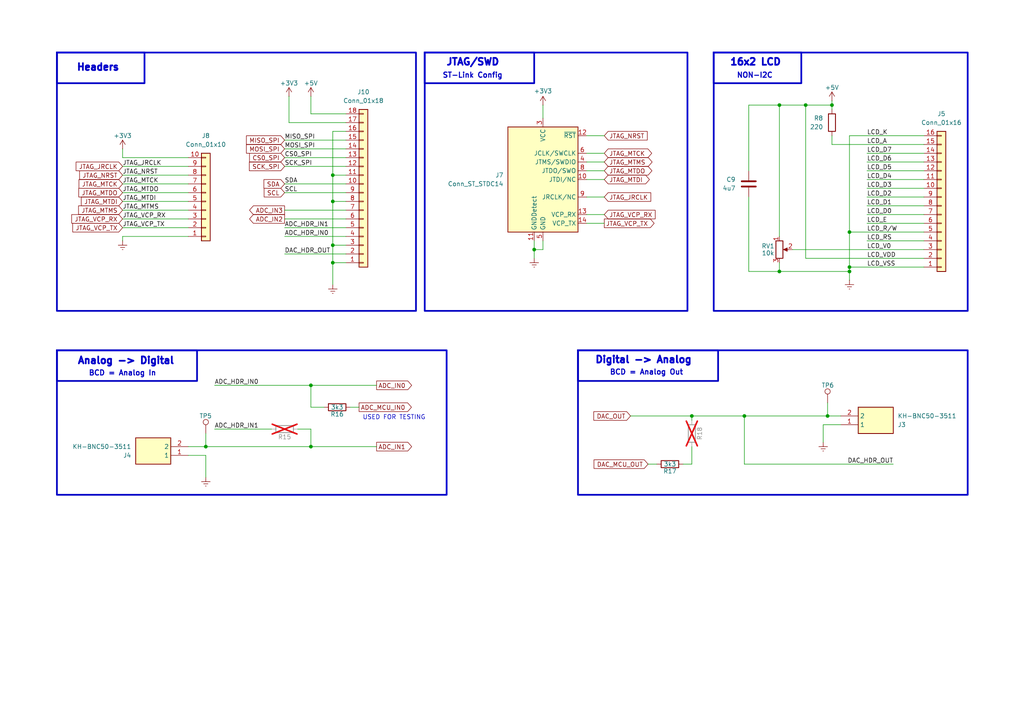
<source format=kicad_sch>
(kicad_sch (version 20250114) (generator "eeschema") (generator_version "9.0")
  (paper "A4")
  (lib_symbols
    (symbol "Connector:Conn_ST_STDC14"
      (property "Reference" "J" (at -8.89 16.51 0))
      (property "Value" "Conn_ST_STDC14" (at 17.78 16.51 0))
      (symbol "Conn_ST_STDC14_0_1"
        (rectangle (start -10.16 15.24) (end 10.16 -15.24) (stroke (width 0.254)) (fill (type background)))
      )
      (symbol "Conn_ST_STDC14_1_1"
        (pin no_connect line (at -10.16 5.08 0) (length 2.54) (hide yes) (name "NC") (number "1"))
        (pin no_connect line (at -10.16 2.54 0) (length 2.54) (hide yes) (name "NC") (number "2"))
        (pin passive line (at -2.54 -17.78 90) (length 2.54) (name "GNDDetect") (number "11"))
        (pin power_in line (at 0 17.78 270) (length 2.54) (name "VCC") (number "3"))
        (pin power_in line (at 0 -17.78 90) (length 2.54) (name "GND") (number "5"))
        (pin passive line (at 0 -17.78 90) (length 2.54) (hide yes) (name "GND") (number "7"))
        (pin open_collector line (at 12.7 12.7 180) (length 2.54) (name "~{RST}") (number "12"))
        (pin output line (at 12.7 7.62 180) (length 2.54) (name "JCLK/SWCLK") (number "6"))
        (pin bidirectional line (at 12.7 5.08 180) (length 2.54) (name "JTMS/SWDIO") (number "4"))
        (pin input line (at 12.7 2.54 180) (length 2.54) (name "JTDO/SWO") (number "8"))
        (pin output line (at 12.7 0 180) (length 2.54) (name "JTDI/NC") (number "10"))
        (pin input line (at 12.7 -5.08 180) (length 2.54) (name "JRCLK/NC") (number "9"))
        (pin output line (at 12.7 -10.16 180) (length 2.54) (name "VCP_RX") (number "13"))
        (pin input line (at 12.7 -12.7 180) (length 2.54) (name "VCP_TX") (number "14"))
      )
    )
    (symbol "Connector:TestPoint" (pin_numbers (hide yes)) (pin_names (offset 0.762) (hide yes))
      (property "Reference" "TP" (at 0 6.858 0))
      (property "Value" "TestPoint" (at 0 5.08 0))
      (symbol "TestPoint_0_1"
        (circle (center 0 3.302) (radius 0.762))
      )
      (symbol "TestPoint_1_1"
        (pin passive line (at 0 0 90) (length 2.54) (name "1") (number "1"))
      )
    )
    (symbol "Connector_Generic:Conn_01x10" (pin_names (offset 1.016) (hide yes))
      (property "Reference" "J" (at 0 12.7 0))
      (property "Value" "Conn_01x10" (at 0 -15.24 0))
      (symbol "Conn_01x10_1_1"
        (rectangle (start -1.27 11.43) (end 1.27 -13.97) (stroke (width 0.254)) (fill (type background)))
        (rectangle (start -1.27 10.287) (end 0 10.033) (stroke (width 0.1524)))
        (rectangle (start -1.27 7.747) (end 0 7.493) (stroke (width 0.1524)))
        (rectangle (start -1.27 5.207) (end 0 4.953) (stroke (width 0.1524)))
        (rectangle (start -1.27 2.667) (end 0 2.413) (stroke (width 0.1524)))
        (rectangle (start -1.27 0.127) (end 0 -0.127) (stroke (width 0.1524)))
        (rectangle (start -1.27 -2.413) (end 0 -2.667) (stroke (width 0.1524)))
        (rectangle (start -1.27 -4.953) (end 0 -5.207) (stroke (width 0.1524)))
        (rectangle (start -1.27 -7.493) (end 0 -7.747) (stroke (width 0.1524)))
        (rectangle (start -1.27 -10.033) (end 0 -10.287) (stroke (width 0.1524)))
        (rectangle (start -1.27 -12.573) (end 0 -12.827) (stroke (width 0.1524)))
        (pin passive line (at -5.08 10.16 0) (length 3.81) (name "Pin_1") (number "1"))
        (pin passive line (at -5.08 7.62 0) (length 3.81) (name "Pin_2") (number "2"))
        (pin passive line (at -5.08 5.08 0) (length 3.81) (name "Pin_3") (number "3"))
        (pin passive line (at -5.08 2.54 0) (length 3.81) (name "Pin_4") (number "4"))
        (pin passive line (at -5.08 0 0) (length 3.81) (name "Pin_5") (number "5"))
        (pin passive line (at -5.08 -2.54 0) (length 3.81) (name "Pin_6") (number "6"))
        (pin passive line (at -5.08 -5.08 0) (length 3.81) (name "Pin_7") (number "7"))
        (pin passive line (at -5.08 -7.62 0) (length 3.81) (name "Pin_8") (number "8"))
        (pin passive line (at -5.08 -10.16 0) (length 3.81) (name "Pin_9") (number "9"))
        (pin passive line (at -5.08 -12.7 0) (length 3.81) (name "Pin_10") (number "10"))
      )
    )
    (symbol "Connector_Generic:Conn_01x16" (pin_names (offset 1.016) (hide yes))
      (property "Reference" "J" (at 0 20.32 0))
      (property "Value" "Conn_01x16" (at 0 -22.86 0))
      (symbol "Conn_01x16_1_1"
        (rectangle (start -1.27 19.05) (end 1.27 -21.59) (stroke (width 0.254)) (fill (type background)))
        (rectangle (start -1.27 17.907) (end 0 17.653) (stroke (width 0.1524)))
        (rectangle (start -1.27 15.367) (end 0 15.113) (stroke (width 0.1524)))
        (rectangle (start -1.27 12.827) (end 0 12.573) (stroke (width 0.1524)))
        (rectangle (start -1.27 10.287) (end 0 10.033) (stroke (width 0.1524)))
        (rectangle (start -1.27 7.747) (end 0 7.493) (stroke (width 0.1524)))
        (rectangle (start -1.27 5.207) (end 0 4.953) (stroke (width 0.1524)))
        (rectangle (start -1.27 2.667) (end 0 2.413) (stroke (width 0.1524)))
        (rectangle (start -1.27 0.127) (end 0 -0.127) (stroke (width 0.1524)))
        (rectangle (start -1.27 -2.413) (end 0 -2.667) (stroke (width 0.1524)))
        (rectangle (start -1.27 -4.953) (end 0 -5.207) (stroke (width 0.1524)))
        (rectangle (start -1.27 -7.493) (end 0 -7.747) (stroke (width 0.1524)))
        (rectangle (start -1.27 -10.033) (end 0 -10.287) (stroke (width 0.1524)))
        (rectangle (start -1.27 -12.573) (end 0 -12.827) (stroke (width 0.1524)))
        (rectangle (start -1.27 -15.113) (end 0 -15.367) (stroke (width 0.1524)))
        (rectangle (start -1.27 -17.653) (end 0 -17.907) (stroke (width 0.1524)))
        (rectangle (start -1.27 -20.193) (end 0 -20.447) (stroke (width 0.1524)))
        (pin passive line (at -5.08 17.78 0) (length 3.81) (name "Pin_1") (number "1"))
        (pin passive line (at -5.08 15.24 0) (length 3.81) (name "Pin_2") (number "2"))
        (pin passive line (at -5.08 12.7 0) (length 3.81) (name "Pin_3") (number "3"))
        (pin passive line (at -5.08 10.16 0) (length 3.81) (name "Pin_4") (number "4"))
        (pin passive line (at -5.08 7.62 0) (length 3.81) (name "Pin_5") (number "5"))
        (pin passive line (at -5.08 5.08 0) (length 3.81) (name "Pin_6") (number "6"))
        (pin passive line (at -5.08 2.54 0) (length 3.81) (name "Pin_7") (number "7"))
        (pin passive line (at -5.08 0 0) (length 3.81) (name "Pin_8") (number "8"))
        (pin passive line (at -5.08 -2.54 0) (length 3.81) (name "Pin_9") (number "9"))
        (pin passive line (at -5.08 -5.08 0) (length 3.81) (name "Pin_10") (number "10"))
        (pin passive line (at -5.08 -7.62 0) (length 3.81) (name "Pin_11") (number "11"))
        (pin passive line (at -5.08 -10.16 0) (length 3.81) (name "Pin_12") (number "12"))
        (pin passive line (at -5.08 -12.7 0) (length 3.81) (name "Pin_13") (number "13"))
        (pin passive line (at -5.08 -15.24 0) (length 3.81) (name "Pin_14") (number "14"))
        (pin passive line (at -5.08 -17.78 0) (length 3.81) (name "Pin_15") (number "15"))
        (pin passive line (at -5.08 -20.32 0) (length 3.81) (name "Pin_16") (number "16"))
      )
    )
    (symbol "Connector_Generic:Conn_01x18" (pin_names (offset 1.016) (hide yes))
      (property "Reference" "J" (at 0 22.86 0))
      (property "Value" "Conn_01x18" (at 0 -25.4 0))
      (symbol "Conn_01x18_1_1"
        (rectangle (start -1.27 21.59) (end 1.27 -24.13) (stroke (width 0.254)) (fill (type background)))
        (rectangle (start -1.27 20.447) (end 0 20.193) (stroke (width 0.1524)))
        (rectangle (start -1.27 17.907) (end 0 17.653) (stroke (width 0.1524)))
        (rectangle (start -1.27 15.367) (end 0 15.113) (stroke (width 0.1524)))
        (rectangle (start -1.27 12.827) (end 0 12.573) (stroke (width 0.1524)))
        (rectangle (start -1.27 10.287) (end 0 10.033) (stroke (width 0.1524)))
        (rectangle (start -1.27 7.747) (end 0 7.493) (stroke (width 0.1524)))
        (rectangle (start -1.27 5.207) (end 0 4.953) (stroke (width 0.1524)))
        (rectangle (start -1.27 2.667) (end 0 2.413) (stroke (width 0.1524)))
        (rectangle (start -1.27 0.127) (end 0 -0.127) (stroke (width 0.1524)))
        (rectangle (start -1.27 -2.413) (end 0 -2.667) (stroke (width 0.1524)))
        (rectangle (start -1.27 -4.953) (end 0 -5.207) (stroke (width 0.1524)))
        (rectangle (start -1.27 -7.493) (end 0 -7.747) (stroke (width 0.1524)))
        (rectangle (start -1.27 -10.033) (end 0 -10.287) (stroke (width 0.1524)))
        (rectangle (start -1.27 -12.573) (end 0 -12.827) (stroke (width 0.1524)))
        (rectangle (start -1.27 -15.113) (end 0 -15.367) (stroke (width 0.1524)))
        (rectangle (start -1.27 -17.653) (end 0 -17.907) (stroke (width 0.1524)))
        (rectangle (start -1.27 -20.193) (end 0 -20.447) (stroke (width 0.1524)))
        (rectangle (start -1.27 -22.733) (end 0 -22.987) (stroke (width 0.1524)))
        (pin passive line (at -5.08 20.32 0) (length 3.81) (name "Pin_1") (number "1"))
        (pin passive line (at -5.08 17.78 0) (length 3.81) (name "Pin_2") (number "2"))
        (pin passive line (at -5.08 15.24 0) (length 3.81) (name "Pin_3") (number "3"))
        (pin passive line (at -5.08 12.7 0) (length 3.81) (name "Pin_4") (number "4"))
        (pin passive line (at -5.08 10.16 0) (length 3.81) (name "Pin_5") (number "5"))
        (pin passive line (at -5.08 7.62 0) (length 3.81) (name "Pin_6") (number "6"))
        (pin passive line (at -5.08 5.08 0) (length 3.81) (name "Pin_7") (number "7"))
        (pin passive line (at -5.08 2.54 0) (length 3.81) (name "Pin_8") (number "8"))
        (pin passive line (at -5.08 0 0) (length 3.81) (name "Pin_9") (number "9"))
        (pin passive line (at -5.08 -2.54 0) (length 3.81) (name "Pin_10") (number "10"))
        (pin passive line (at -5.08 -5.08 0) (length 3.81) (name "Pin_11") (number "11"))
        (pin passive line (at -5.08 -7.62 0) (length 3.81) (name "Pin_12") (number "12"))
        (pin passive line (at -5.08 -10.16 0) (length 3.81) (name "Pin_13") (number "13"))
        (pin passive line (at -5.08 -12.7 0) (length 3.81) (name "Pin_14") (number "14"))
        (pin passive line (at -5.08 -15.24 0) (length 3.81) (name "Pin_15") (number "15"))
        (pin passive line (at -5.08 -17.78 0) (length 3.81) (name "Pin_16") (number "16"))
        (pin passive line (at -5.08 -20.32 0) (length 3.81) (name "Pin_17") (number "17"))
        (pin passive line (at -5.08 -22.86 0) (length 3.81) (name "Pin_18") (number "18"))
      )
    )
    (symbol "Device:C" (pin_numbers (hide yes)) (pin_names (offset 0.254))
      (property "Reference" "C" (at 0.635 2.54 0))
      (property "Value" "C" (at 0.635 -2.54 0))
      (symbol "C_0_1"
        (polyline (pts (xy -2.032 0.762) (xy 2.032 0.762)) (stroke (width 0.508)))
        (polyline (pts (xy -2.032 -0.762) (xy 2.032 -0.762)) (stroke (width 0.508)))
      )
      (symbol "C_1_1"
        (pin passive line (at 0 3.81 270) (length 2.794) (name "~") (number "1"))
        (pin passive line (at 0 -3.81 90) (length 2.794) (name "~") (number "2"))
      )
    )
    (symbol "Device:R" (pin_numbers (hide yes)) (pin_names (offset 0))
      (property "Reference" "R" (at 2.032 0 90))
      (property "Value" "R" (at 0 0 90))
      (symbol "R_0_1"
        (rectangle (start -1.016 -2.54) (end 1.016 2.54) (stroke (width 0.254)))
      )
      (symbol "R_1_1"
        (pin passive line (at 0 3.81 270) (length 1.27) (name "~") (number "1"))
        (pin passive line (at 0 -3.81 90) (length 1.27) (name "~") (number "2"))
      )
    )
    (symbol "Device:R_Potentiometer" (pin_names (offset 1.016) (hide yes))
      (property "Reference" "RV" (at -4.445 0 90))
      (property "Value" "R_Potentiometer" (at -2.54 0 90))
      (symbol "R_Potentiometer_0_1"
        (rectangle (start 1.016 2.54) (end -1.016 -2.54) (stroke (width 0.254)))
        (polyline (pts (xy 1.143 0) (xy 2.286 0.508) (xy 2.286 -0.508) (xy 1.143 0)) (fill (type outline)))
        (polyline (pts (xy 2.54 0) (xy 1.524 0)))
      )
      (symbol "R_Potentiometer_1_1"
        (pin passive line (at 0 3.81 270) (length 1.27) (name "1") (number "1"))
        (pin passive line (at 0 -3.81 90) (length 1.27) (name "3") (number "3"))
        (pin passive line (at 3.81 0 180) (length 1.27) (name "2") (number "2"))
      )
    )
    (symbol "GitHub_Library:KH-BNC50-3511"
      (property "Reference" "J" (at 16.51 7.62 0))
      (property "Value" "KH-BNC50-3511" (at 16.51 5.08 0))
      (symbol "KH-BNC50-3511_1_1"
        (rectangle (start 5.08 2.54) (end 15.24 -5.08) (stroke (width 0.254)) (fill (type background)))
        (pin passive line (at 0 0 0) (length 5.08) (name "1") (number "1"))
        (pin passive line (at 0 -2.54 0) (length 5.08) (name "2") (number "2"))
      )
    )
    (symbol "power:+3V3" (power) (pin_numbers (hide yes)) (pin_names (offset 0) (hide yes))
      (property "Value" "+3V3" (at 0 3.556 0))
      (symbol "+3V3_0_1"
        (polyline (pts (xy -0.762 1.27) (xy 0 2.54)))
        (polyline (pts (xy 0 2.54) (xy 0.762 1.27)))
        (polyline (pts (xy 0 0) (xy 0 2.54)))
      )
      (symbol "+3V3_1_1"
        (pin power_in line (at 0 0 90) (length 0) (name "~") (number "1"))
      )
    )
    (symbol "power:Earth" (power) (pin_numbers (hide yes)) (pin_names (offset 0) (hide yes))
      (property "Value" "Earth" (at 0 -3.81 0))
      (symbol "Earth_0_1"
        (polyline (pts (xy -0.635 -1.905) (xy 0.635 -1.905)))
        (polyline (pts (xy -0.127 -2.54) (xy 0.127 -2.54)))
        (polyline (pts (xy 0 -1.27) (xy 0 0)))
        (polyline (pts (xy 1.27 -1.27) (xy -1.27 -1.27)))
      )
      (symbol "Earth_1_1"
        (pin power_in line (at 0 0 270) (length 0) (name "~") (number "1"))
      )
    )
  )
  (rectangle (start 167.64 101.6) (end 208.28 110.49) (stroke (width 0.5)))
  (rectangle (start 123.19 15.24) (end 199.39 90.17) (stroke (width 0.5)))
  (rectangle (start 16.51 101.6) (end 129.54 143.51) (stroke (width 0.5)))
  (rectangle (start 207.01 15.24) (end 280.67 90.17) (stroke (width 0.5)))
  (rectangle (start 16.51 15.24) (end 41.91 24.13) (stroke (width 0.5)))
  (rectangle (start 207.01 15.24) (end 232.41 24.13) (stroke (width 0.5)))
  (rectangle (start 16.51 15.24) (end 120.65 90.17) (stroke (width 0.5)))
  (rectangle (start 167.64 101.6) (end 280.67 143.51) (stroke (width 0.5)))
  (rectangle (start 123.19 15.24) (end 154.94 24.13) (stroke (width 0.5)))
  (rectangle (start 16.51 101.6) (end 57.15 110.49) (stroke (width 0.5)))
  (text "ST-Link Config" (at 128.27 22.86 0) (effects (font (size 1.5 1.5) (bold yes)) (justify left bottom)))
  (text "JTAG/SWD" (at 129.286 19.304 0) (effects (font (size 2 2) (thickness 1) (bold yes)) (justify left bottom)))
  (text "Analog -> Digital" (at 22.352 105.918 0) (effects (font (size 2 2) (thickness 1) (bold yes)) (justify left bottom)))
  (text "BCD = Analog In" (at 25.654 109.22 0) (effects (font (size 1.5 1.5) (bold yes)) (justify left bottom)))
  (text "USED FOR TESTING" (at 114.3 121.158 0) (effects (font (size 1.27 1.27))))
  (text "Headers" (at 22.098 20.828 0) (effects (font (size 2 2) (thickness 1) (bold yes)) (justify left bottom)))
  (text "Digital -> Analog" (at 172.466 105.664 0) (effects (font (size 2 2) (thickness 1) (bold yes)) (justify left bottom)))
  (text "NON-I2C" (at 213.614 22.86 0) (effects (font (size 1.5 1.5) (bold yes)) (justify left bottom)))
  (text "16x2 LCD" (at 211.582 19.304 0) (effects (font (size 2 2) (thickness 1) (bold yes)) (justify left bottom)))
  (text "BCD = Analog Out" (at 176.784 108.966 0) (effects (font (size 1.5 1.5) (bold yes)) (justify left bottom)))
  (junction (at 200.66 120.65))
  (junction (at 246.38 78.74))
  (junction (at 241.3 30.48))
  (junction (at 90.17 129.54))
  (junction (at 215.9 120.65))
  (junction (at 59.69 129.54))
  (junction (at 240.03 120.65))
  (junction (at 96.52 76.2))
  (junction (at 226.06 78.74))
  (junction (at 246.38 77.47))
  (junction (at 96.52 50.8))
  (junction (at 96.52 58.42))
  (junction (at 233.68 30.48))
  (junction (at 246.38 67.31))
  (junction (at 96.52 71.12))
  (junction (at 154.94 72.39))
  (junction (at 226.06 30.48))
  (junction (at 90.17 111.76))
  (wire (pts (xy 170.18 44.45) (xy 175.26 44.45)))
  (wire (pts (xy 243.84 123.19) (xy 238.76 123.19)))
  (wire (pts (xy 100.33 53.34) (xy 82.55 53.34)))
  (wire (pts (xy 200.66 120.65) (xy 215.9 120.65)))
  (wire (pts (xy 96.52 38.1) (xy 96.52 50.8)))
  (wire (pts (xy 200.66 134.62) (xy 198.12 134.62)))
  (wire (pts (xy 54.61 53.34) (xy 35.56 53.34)))
  (wire (pts (xy 267.97 44.45) (xy 251.46 44.45)))
  (wire (pts (xy 157.48 72.39) (xy 154.94 72.39)))
  (wire (pts (xy 170.18 64.77) (xy 175.26 64.77)))
  (wire (pts (xy 86.36 124.46) (xy 90.17 124.46)))
  (wire (pts (xy 267.97 41.91) (xy 241.3 41.91)))
  (wire (pts (xy 100.33 68.58) (xy 82.55 68.58)))
  (wire (pts (xy 267.97 77.47) (xy 246.38 77.47)))
  (wire (pts (xy 170.18 52.07) (xy 175.26 52.07)))
  (wire (pts (xy 90.17 118.11) (xy 90.17 111.76)))
  (wire (pts (xy 157.48 30.48) (xy 157.48 34.29)))
  (wire (pts (xy 241.3 39.37) (xy 241.3 41.91)))
  (wire (pts (xy 96.52 50.8) (xy 96.52 58.42)))
  (wire (pts (xy 233.68 30.48) (xy 233.68 74.93)))
  (wire (pts (xy 200.66 129.54) (xy 200.66 134.62)))
  (wire (pts (xy 100.33 60.96) (xy 82.55 60.96)))
  (wire (pts (xy 54.61 129.54) (xy 59.69 129.54)))
  (wire (pts (xy 54.61 63.5) (xy 35.56 63.5)))
  (wire (pts (xy 200.66 121.92) (xy 200.66 120.65)))
  (wire (pts (xy 100.33 73.66) (xy 82.55 73.66)))
  (wire (pts (xy 93.98 118.11) (xy 90.17 118.11)))
  (wire (pts (xy 83.82 35.56) (xy 83.82 27.94)))
  (wire (pts (xy 90.17 124.46) (xy 90.17 129.54)))
  (wire (pts (xy 62.23 124.46) (xy 78.74 124.46)))
  (wire (pts (xy 170.18 46.99) (xy 175.26 46.99)))
  (wire (pts (xy 217.17 78.74) (xy 217.17 57.15)))
  (wire (pts (xy 154.94 69.85) (xy 154.94 72.39)))
  (wire (pts (xy 267.97 52.07) (xy 251.46 52.07)))
  (wire (pts (xy 54.61 60.96) (xy 35.56 60.96)))
  (wire (pts (xy 226.06 78.74) (xy 217.17 78.74)))
  (wire (pts (xy 246.38 78.74) (xy 246.38 77.47)))
  (wire (pts (xy 246.38 81.28) (xy 246.38 78.74)))
  (wire (pts (xy 100.33 63.5) (xy 82.55 63.5)))
  (wire (pts (xy 267.97 72.39) (xy 229.87 72.39)))
  (wire (pts (xy 267.97 69.85) (xy 251.46 69.85)))
  (wire (pts (xy 215.9 134.62) (xy 259.08 134.62)))
  (wire (pts (xy 100.33 45.72) (xy 82.55 45.72)))
  (wire (pts (xy 246.38 67.31) (xy 246.38 77.47)))
  (wire (pts (xy 217.17 30.48) (xy 217.17 49.53)))
  (wire (pts (xy 170.18 62.23) (xy 175.26 62.23)))
  (wire (pts (xy 35.56 45.72) (xy 35.56 43.18)))
  (wire (pts (xy 267.97 49.53) (xy 251.46 49.53)))
  (wire (pts (xy 59.69 132.08) (xy 59.69 138.43)))
  (wire (pts (xy 267.97 46.99) (xy 251.46 46.99)))
  (wire (pts (xy 59.69 125.73) (xy 59.69 129.54)))
  (wire (pts (xy 170.18 39.37) (xy 175.26 39.37)))
  (wire (pts (xy 100.33 66.04) (xy 82.55 66.04)))
  (wire (pts (xy 241.3 30.48) (xy 241.3 31.75)))
  (wire (pts (xy 170.18 49.53) (xy 175.26 49.53)))
  (wire (pts (xy 215.9 120.65) (xy 215.9 134.62)))
  (wire (pts (xy 267.97 62.23) (xy 251.46 62.23)))
  (wire (pts (xy 100.33 55.88) (xy 82.55 55.88)))
  (wire (pts (xy 154.94 72.39) (xy 154.94 74.93)))
  (wire (pts (xy 182.88 120.65) (xy 200.66 120.65)))
  (wire (pts (xy 267.97 67.31) (xy 246.38 67.31)))
  (wire (pts (xy 54.61 66.04) (xy 35.56 66.04)))
  (wire (pts (xy 100.33 33.02) (xy 90.17 33.02)))
  (wire (pts (xy 215.9 120.65) (xy 240.03 120.65)))
  (wire (pts (xy 226.06 30.48) (xy 233.68 30.48)))
  (wire (pts (xy 35.56 68.58) (xy 35.56 69.85)))
  (wire (pts (xy 96.52 71.12) (xy 96.52 76.2)))
  (wire (pts (xy 90.17 111.76) (xy 109.22 111.76)))
  (wire (pts (xy 96.52 76.2) (xy 96.52 82.55)))
  (wire (pts (xy 54.61 68.58) (xy 35.56 68.58)))
  (wire (pts (xy 54.61 58.42) (xy 35.56 58.42)))
  (wire (pts (xy 100.33 76.2) (xy 96.52 76.2)))
  (wire (pts (xy 100.33 58.42) (xy 96.52 58.42)))
  (wire (pts (xy 241.3 29.21) (xy 241.3 30.48)))
  (wire (pts (xy 54.61 55.88) (xy 35.56 55.88)))
  (wire (pts (xy 267.97 64.77) (xy 251.46 64.77)))
  (wire (pts (xy 240.03 116.84) (xy 240.03 120.65)))
  (wire (pts (xy 267.97 59.69) (xy 251.46 59.69)))
  (wire (pts (xy 100.33 50.8) (xy 96.52 50.8)))
  (wire (pts (xy 243.84 120.65) (xy 240.03 120.65)))
  (wire (pts (xy 90.17 33.02) (xy 90.17 27.94)))
  (wire (pts (xy 246.38 78.74) (xy 226.06 78.74)))
  (wire (pts (xy 238.76 123.19) (xy 238.76 128.27)))
  (wire (pts (xy 100.33 71.12) (xy 96.52 71.12)))
  (wire (pts (xy 100.33 35.56) (xy 83.82 35.56)))
  (wire (pts (xy 267.97 57.15) (xy 251.46 57.15)))
  (wire (pts (xy 54.61 45.72) (xy 35.56 45.72)))
  (wire (pts (xy 100.33 38.1) (xy 96.52 38.1)))
  (wire (pts (xy 96.52 58.42) (xy 96.52 71.12)))
  (wire (pts (xy 100.33 48.26) (xy 82.55 48.26)))
  (wire (pts (xy 54.61 48.26) (xy 35.56 48.26)))
  (wire (pts (xy 104.14 118.11) (xy 101.6 118.11)))
  (wire (pts (xy 54.61 132.08) (xy 59.69 132.08)))
  (wire (pts (xy 226.06 30.48) (xy 226.06 68.58)))
  (wire (pts (xy 100.33 43.18) (xy 82.55 43.18)))
  (wire (pts (xy 217.17 30.48) (xy 226.06 30.48)))
  (wire (pts (xy 62.23 111.76) (xy 90.17 111.76)))
  (wire (pts (xy 267.97 39.37) (xy 246.38 39.37)))
  (wire (pts (xy 233.68 30.48) (xy 241.3 30.48)))
  (wire (pts (xy 246.38 39.37) (xy 246.38 67.31)))
  (wire (pts (xy 157.48 69.85) (xy 157.48 72.39)))
  (wire (pts (xy 190.5 134.62) (xy 187.96 134.62)))
  (wire (pts (xy 267.97 74.93) (xy 233.68 74.93)))
  (wire (pts (xy 109.22 129.54) (xy 90.17 129.54)))
  (wire (pts (xy 100.33 40.64) (xy 82.55 40.64)))
  (wire (pts (xy 59.69 129.54) (xy 90.17 129.54)))
  (wire (pts (xy 170.18 57.15) (xy 175.26 57.15)))
  (wire (pts (xy 267.97 54.61) (xy 251.46 54.61)))
  (wire (pts (xy 226.06 76.2) (xy 226.06 78.74)))
  (wire (pts (xy 54.61 50.8) (xy 35.56 50.8)))
  (label "CS0_SPI" (at 82.55 45.72 0))
  (label "LCD_D5" (at 251.46 49.53 0))
  (label "LCD_D0" (at 251.46 62.23 0))
  (label "LCD_D6" (at 251.46 46.99 0))
  (label "JTAG_VCP_RX" (at 35.56 63.5 0))
  (label "SCL" (at 82.55 55.88 0))
  (label "ADC_HDR_IN0" (at 82.55 68.58 0))
  (label "SCK_SPI" (at 82.55 48.26 0))
  (label "JTAG_MTMS" (at 35.56 60.96 0))
  (label "SDA" (at 82.55 53.34 0))
  (label "LCD_R{slash}W" (at 251.46 67.31 0))
  (label "LCD_RS" (at 251.46 69.85 0))
  (label "MOSI_SPI" (at 82.55 43.18 0))
  (label "LCD_V0" (at 251.46 72.39 0))
  (label "ADC_HDR_IN0" (at 62.23 111.76 0))
  (label "DAC_HDR_OUT" (at 259.08 134.62 180))
  (label "LCD_A" (at 251.46 41.91 0))
  (label "JTAG_VCP_TX" (at 35.56 66.04 0))
  (label "MISO_SPI" (at 82.55 40.64 0))
  (label "ADC_HDR_IN1" (at 82.55 66.04 0))
  (label "LCD_D1" (at 251.46 59.69 0))
  (label "JTAG_MTCK" (at 35.56 53.34 0))
  (label "LCD_E" (at 251.46 64.77 0))
  (label "DAC_HDR_OUT" (at 82.55 73.66 0))
  (label "LCD_D2" (at 251.46 57.15 0))
  (label "LCD_K" (at 251.46 39.37 0))
  (label "LCD_D4" (at 251.46 52.07 0))
  (label "LCD_VSS" (at 251.46 77.47 0))
  (label "LCD_D7" (at 251.46 44.45 0))
  (label "JTAG_MTDO" (at 35.56 55.88 0))
  (label "JTAG_JRCLK" (at 35.56 48.26 0))
  (label "LCD_VDD" (at 251.46 74.93 0))
  (label "LCD_D3" (at 251.46 54.61 0))
  (label "ADC_HDR_IN1" (at 62.23 124.46 0))
  (label "JTAG_MTDI" (at 35.56 58.42 0))
  (label "JTAG_NRST" (at 35.56 50.8 0))
  (global_label "ADC_IN2" (shape output) (at 82.55 63.5 180) (property "Intersheetrefs" "${INTERSHEET_REFS}" (effects (hide yes))))
  (global_label "CS0_SPI" (shape input) (at 82.55 45.72 180) (property "Intersheetrefs" "${INTERSHEET_REFS}" (effects (hide yes))))
  (global_label "JTAG_VCP_RX" (shape input) (at 175.26 62.23 0) (property "Intersheetrefs" "${INTERSHEET_REFS}" (effects (hide yes))))
  (global_label "JTAG_MTDO" (shape input) (at 35.56 55.88 180) (property "Intersheetrefs" "${INTERSHEET_REFS}" (effects (hide yes))))
  (global_label "JTAG_MTDI" (shape input) (at 35.56 58.42 180) (property "Intersheetrefs" "${INTERSHEET_REFS}" (effects (hide yes))))
  (global_label "JTAG_MTCK" (shape bidirectional) (at 175.26 44.45 0) (property "Intersheetrefs" "${INTERSHEET_REFS}" (effects (hide yes))))
  (global_label "ADC_IN3" (shape output) (at 82.55 60.96 180) (property "Intersheetrefs" "${INTERSHEET_REFS}" (effects (hide yes))))
  (global_label "DAC_OUT" (shape input) (at 182.88 120.65 180) (property "Intersheetrefs" "${INTERSHEET_REFS}" (effects (hide yes))))
  (global_label "JTAG_NRST" (shape input) (at 175.26 39.37 0) (property "Intersheetrefs" "${INTERSHEET_REFS}" (effects (hide yes))))
  (global_label "JTAG_VCP_TX" (shape output) (at 175.26 64.77 0) (property "Intersheetrefs" "${INTERSHEET_REFS}" (effects (hide yes))))
  (global_label "DAC_MCU_OUT" (shape input) (at 187.96 134.62 180) (property "Intersheetrefs" "${INTERSHEET_REFS}" (effects (hide yes))))
  (global_label "JTAG_JRCLK" (shape input) (at 35.56 48.26 180) (property "Intersheetrefs" "${INTERSHEET_REFS}" (effects (hide yes))))
  (global_label "JTAG_MTDI" (shape bidirectional) (at 175.26 52.07 0) (property "Intersheetrefs" "${INTERSHEET_REFS}" (effects (hide yes))))
  (global_label "JTAG_MTCK" (shape input) (at 35.56 53.34 180) (property "Intersheetrefs" "${INTERSHEET_REFS}" (effects (hide yes))))
  (global_label "JTAG_MTMS" (shape bidirectional) (at 175.26 46.99 0) (property "Intersheetrefs" "${INTERSHEET_REFS}" (effects (hide yes))))
  (global_label "SCK_SPI" (shape input) (at 82.55 48.26 180) (property "Intersheetrefs" "${INTERSHEET_REFS}" (effects (hide yes))))
  (global_label "JTAG_MTDO" (shape bidirectional) (at 175.26 49.53 0) (property "Intersheetrefs" "${INTERSHEET_REFS}" (effects (hide yes))))
  (global_label "SCL" (shape input) (at 82.55 55.88 180) (property "Intersheetrefs" "${INTERSHEET_REFS}" (effects (hide yes))))
  (global_label "MISO_SPI" (shape input) (at 82.55 40.64 180) (property "Intersheetrefs" "${INTERSHEET_REFS}" (effects (hide yes))))
  (global_label "JTAG_MTMS" (shape input) (at 35.56 60.96 180) (property "Intersheetrefs" "${INTERSHEET_REFS}" (effects (hide yes))))
  (global_label "JTAG_VCP_RX" (shape input) (at 35.56 63.5 180) (property "Intersheetrefs" "${INTERSHEET_REFS}" (effects (hide yes))))
  (global_label "JTAG_JRCLK" (shape input) (at 175.26 57.15 0) (property "Intersheetrefs" "${INTERSHEET_REFS}" (effects (hide yes))))
  (global_label "ADC_IN0" (shape output) (at 109.22 111.76 0) (property "Intersheetrefs" "${INTERSHEET_REFS}" (effects (hide yes))))
  (global_label "SDA" (shape input) (at 82.55 53.34 180) (property "Intersheetrefs" "${INTERSHEET_REFS}" (effects (hide yes))))
  (global_label "JTAG_VCP_TX" (shape input) (at 35.56 66.04 180) (property "Intersheetrefs" "${INTERSHEET_REFS}" (effects (hide yes))))
  (global_label "ADC_IN1" (shape output) (at 109.22 129.54 0) (property "Intersheetrefs" "${INTERSHEET_REFS}" (effects (hide yes))))
  (global_label "ADC_MCU_IN0" (shape output) (at 104.14 118.11 0) (property "Intersheetrefs" "${INTERSHEET_REFS}" (effects (hide yes))))
  (global_label "MOSI_SPI" (shape input) (at 82.55 43.18 180) (property "Intersheetrefs" "${INTERSHEET_REFS}" (effects (hide yes))))
  (global_label "JTAG_NRST" (shape input) (at 35.56 50.8 180) (property "Intersheetrefs" "${INTERSHEET_REFS}" (effects (hide yes))))
  (symbol (lib_id "Device:R") (at 82.55 124.46 270) (mirror x) (unit 1) (in_bom no) (dnp yes)
    (property "Reference" "R15" (at 82.55 126.746 90))
    (property "Value" "10k" (effects (hide yes)))
    (property "Footprint" "Resistor_SMD:R_0805_2012Metric_Pad1.20x1.40mm_HandSolder" (effects (hide yes)))
    (property "Description" "Resistor" (effects (hide yes)))
  )
  (symbol (lib_id "power:+3V3") (at 35.56 43.18 0) (mirror y) (unit 1)
    (property "Reference" "#PWR061" (effects (hide yes)))
    (property "Value" "+3V3" (at 35.56 39.37 0))
    (property "Description" "Power symbol creates a global label with name \"+3V3\"" (effects (hide yes)))
  )
  (symbol (lib_id "power:Earth") (at 246.38 81.28 0) (mirror y) (unit 1)
    (property "Reference" "#PWR029" (effects (hide yes)))
    (property "Value" "Earth" (effects (hide yes)))
    (property "Description" "Power symbol creates a global label with name \"Earth\"" (effects (hide yes)))
  )
  (symbol (lib_id "power:Earth") (at 59.69 138.43 0) (mirror y) (unit 1)
    (property "Reference" "#PWR048" (effects (hide yes)))
    (property "Value" "Earth" (effects (hide yes)))
    (property "Description" "Power symbol creates a global label with name \"Earth\"" (effects (hide yes)))
  )
  (symbol (lib_id "GitHub_Library:KH-BNC50-3511") (at 54.61 132.08 180) (unit 1)
    (property "Reference" "J4" (at 38.1 132.0801 0) (effects (justify left)))
    (property "Value" "KH-BNC50-3511" (at 38.1 129.5401 0) (effects (justify left)))
    (property "Footprint" "Github_Library:KHBNC503511" (effects (hide yes)))
    (property "Datasheet" "https://datasheet.lcsc.com/lcsc/2106081532_Shenzhen-Kinghelm-Elec-KH-BNC50-3511_C2837587.pdf" (effects (hide yes)))
    (property "Description" "1 Inner bore BNC Board Edge Bend 3GHz -55~+155 50 9.5mm Plugin RF Connectors / Coaxial Connectors ROHS" (effects (hide yes)))
    (property "Height" "12.8" (effects (hide yes)))
    (property "Manufacturer_Name" "Shenzhen Kinghelm Elec" (effects (hide yes)))
    (property "Manufacturer_Part_Number" "KH-BNC50-3511" (effects (hide yes)))
  )
  (symbol (lib_id "power:+3V3") (at 241.3 29.21 0) (mirror y) (unit 1)
    (property "Reference" "#PWR025" (effects (hide yes)))
    (property "Value" "+5V" (at 241.3 25.4 0))
    (property "Description" "Power symbol creates a global label with name \"+3V3\"" (effects (hide yes)))
  )
  (symbol (lib_id "power:+3V3") (at 83.82 27.94 0) (mirror y) (unit 1)
    (property "Reference" "#PWR053" (effects (hide yes)))
    (property "Value" "+3V3" (at 83.82 24.13 0))
    (property "Description" "Power symbol creates a global label with name \"+3V3\"" (effects (hide yes)))
  )
  (symbol (lib_id "power:Earth") (at 96.52 82.55 0) (mirror y) (unit 1)
    (property "Reference" "#PWR051" (effects (hide yes)))
    (property "Value" "Earth" (effects (hide yes)))
    (property "Description" "Power symbol creates a global label with name \"Earth\"" (effects (hide yes)))
  )
  (symbol (lib_id "power:Earth") (at 35.56 69.85 0) (mirror y) (unit 1)
    (property "Reference" "#PWR062" (effects (hide yes)))
    (property "Value" "Earth" (effects (hide yes)))
    (property "Description" "Power symbol creates a global label with name \"Earth\"" (effects (hide yes)))
  )
  (symbol (lib_id "power:+3V3") (at 90.17 27.94 0) (mirror y) (unit 1)
    (property "Reference" "#PWR052" (effects (hide yes)))
    (property "Value" "+5V" (at 90.17 24.13 0))
    (property "Description" "Power symbol creates a global label with name \"+3V3\"" (effects (hide yes)))
  )
  (symbol (lib_id "Connector_Generic:Conn_01x16") (at 273.05 59.69 0) (mirror x) (unit 1)
    (property "Reference" "J5" (at 273.05 33.02 0))
    (property "Value" "Conn_01x16" (at 273.05 35.56 0))
    (property "Footprint" "Connector_PinHeader_2.54mm:PinHeader_1x16_P2.54mm_Vertical" (effects (hide yes)))
    (property "Description" "Generic connector, single row, 01x16, script generated (kicad-library-utils/schlib/autogen/connector/)" (effects (hide yes)))
  )
  (symbol (lib_id "GitHub_Library:KH-BNC50-3511") (at 243.84 123.19 0) (mirror x) (unit 1)
    (property "Reference" "J3" (at 260.35 123.1901 0) (effects (justify left)))
    (property "Value" "KH-BNC50-3511" (at 260.35 120.6501 0) (effects (justify left)))
    (property "Footprint" "Github_Library:KHBNC503511" (effects (hide yes)))
    (property "Datasheet" "https://datasheet.lcsc.com/lcsc/2106081532_Shenzhen-Kinghelm-Elec-KH-BNC50-3511_C2837587.pdf" (effects (hide yes)))
    (property "Description" "1 Inner bore BNC Board Edge Bend 3GHz -55~+155 50 9.5mm Plugin RF Connectors / Coaxial Connectors ROHS" (effects (hide yes)))
    (property "Height" "12.8" (effects (hide yes)))
    (property "Manufacturer_Name" "Shenzhen Kinghelm Elec" (effects (hide yes)))
    (property "Manufacturer_Part_Number" "KH-BNC50-3511" (effects (hide yes)))
  )
  (symbol (lib_id "Device:R") (at 194.31 134.62 270) (unit 1)
    (property "Reference" "R17" (at 194.31 136.652 90))
    (property "Value" "3k3" (at 194.31 134.62 90))
    (property "Footprint" "Resistor_SMD:R_0805_2012Metric_Pad1.20x1.40mm_HandSolder" (effects (hide yes)))
    (property "Description" "Resistor" (effects (hide yes)))
  )
  (symbol (lib_id "Device:R") (at 97.79 118.11 90) (mirror x) (unit 1)
    (property "Reference" "R16" (at 97.79 120.142 90))
    (property "Value" "3k3" (at 97.79 118.11 90))
    (property "Footprint" "Resistor_SMD:R_0805_2012Metric_Pad1.20x1.40mm_HandSolder" (effects (hide yes)))
    (property "Description" "Resistor" (effects (hide yes)))
  )
  (symbol (lib_id "power:+3V3") (at 157.48 30.48 0) (unit 1)
    (property "Reference" "#PWR049" (effects (hide yes)))
    (property "Value" "+3V3" (at 157.48 26.416 0))
    (property "Description" "Power symbol creates a global label with name \"+3V3\"" (effects (hide yes)))
  )
  (symbol (lib_id "Connector_Generic:Conn_01x18") (at 105.41 55.88 0) (mirror x) (unit 1)
    (property "Reference" "J10" (at 105.41 26.67 0))
    (property "Value" "Conn_01x18" (at 105.41 29.21 0))
    (property "Footprint" "Connector_PinHeader_2.54mm:PinHeader_1x18_P2.54mm_Horizontal" (effects (hide yes)))
    (property "Description" "Generic connector, single row, 01x18, script generated (kicad-library-utils/schlib/autogen/connector/)" (effects (hide yes)))
  )
  (symbol (lib_id "Connector:TestPoint") (at 59.69 125.73 0) (mirror y) (unit 1)
    (property "Reference" "TP5" (at 61.468 120.65 0) (effects (justify left)))
    (property "Value" "TestPoint" (effects (hide yes)))
    (property "Footprint" "TestPoint:TestPoint_Pad_D1.0mm" (effects (hide yes)))
    (property "Description" "test point" (effects (hide yes)))
  )
  (symbol (lib_id "power:Earth") (at 238.76 128.27 0) (unit 1)
    (property "Reference" "#PWR047" (effects (hide yes)))
    (property "Value" "Earth" (effects (hide yes)))
    (property "Description" "Power symbol creates a global label with name \"Earth\"" (effects (hide yes)))
  )
  (symbol (lib_id "Device:R") (at 241.3 35.56 0) (mirror y) (unit 1)
    (property "Reference" "R8" (at 238.76 34.29 0) (effects (justify left)))
    (property "Value" "220" (at 238.76 36.83 0) (effects (justify left)))
    (property "Footprint" "Resistor_SMD:R_0805_2012Metric_Pad1.20x1.40mm_HandSolder" (effects (hide yes)))
    (property "Description" "Resistor" (effects (hide yes)))
  )
  (symbol (lib_id "Device:R") (at 200.66 125.73 180) (unit 1) (in_bom no) (dnp yes)
    (property "Reference" "R18" (at 202.946 125.73 90))
    (property "Value" "10k" (effects (hide yes)))
    (property "Footprint" "Resistor_SMD:R_0805_2012Metric_Pad1.20x1.40mm_HandSolder" (effects (hide yes)))
    (property "Description" "Resistor" (effects (hide yes)))
  )
  (symbol (lib_id "Device:C") (at 217.17 53.34 0) (mirror y) (unit 1)
    (property "Reference" "C9" (at 213.36 52.07 0) (effects (justify left)))
    (property "Value" "4u7" (at 213.36 54.61 0) (effects (justify left)))
    (property "Footprint" "Capacitor_SMD:C_0805_2012Metric_Pad1.18x1.45mm_HandSolder" (effects (hide yes)))
    (property "Description" "Unpolarized capacitor" (effects (hide yes)))
  )
  (symbol (lib_id "Device:R_Potentiometer") (at 226.06 72.39 0) (unit 1)
    (property "Reference" "RV1" (at 222.758 71.374 0))
    (property "Value" "10k" (at 222.758 73.406 0))
    (property "Footprint" "Potentiometer_THT:Potentiometer_Bourns_3296W_Vertical" (effects (hide yes)))
    (property "Description" "Potentiometer" (effects (hide yes)))
  )
  (symbol (lib_id "Connector_Generic:Conn_01x10") (at 59.69 58.42 0) (mirror x) (unit 1)
    (property "Reference" "J8" (at 59.69 39.37 0))
    (property "Value" "Conn_01x10" (at 59.69 41.91 0))
    (property "Footprint" "Connector_PinHeader_2.54mm:PinHeader_1x10_P2.54mm_Vertical" (effects (hide yes)))
    (property "Description" "Generic connector, single row, 01x10, script generated (kicad-library-utils/schlib/autogen/connector/)" (effects (hide yes)))
  )
  (symbol (lib_id "Connector:TestPoint") (at 240.03 116.84 0) (unit 1)
    (property "Reference" "TP6" (at 238.252 111.76 0) (effects (justify left)))
    (property "Value" "TestPoint" (effects (hide yes)))
    (property "Footprint" "TestPoint:TestPoint_Pad_D1.0mm" (effects (hide yes)))
    (property "Description" "test point" (effects (hide yes)))
  )
  (symbol (lib_id "Connector:Conn_ST_STDC14") (at 157.48 52.07 0) (unit 1)
    (property "Reference" "J7" (at 146.05 50.7999 0) (effects (justify right)))
    (property "Value" "Conn_ST_STDC14" (at 146.05 53.3399 0) (effects (justify right)))
    (property "Footprint" "Connector_PinHeader_1.27mm:PinHeader_2x07_P1.27mm_Vertical" (effects (hide yes)))
    (property "Datasheet" "https://www.st.com/content/ccc/resource/technical/document/user_manual/group1/99/49/91/b6/b2/3a/46/e5/DM00526767/files/DM00526767.pdf/jcr:content/translations/en.DM00526767.pdf" (effects (hide yes)))
    (property "Description" "ST Debug Connector, standard ARM Cortex-M SWD and JTAG interface plus UART" (effects (hide yes)))
  )
  (symbol (lib_id "power:Earth") (at 154.94 74.93 0) (unit 1)
    (property "Reference" "#PWR050" (effects (hide yes)))
    (property "Value" "Earth" (effects (hide yes)))
    (property "Description" "Power symbol creates a global label with name \"Earth\"" (effects (hide yes)))
  )
)
</source>
